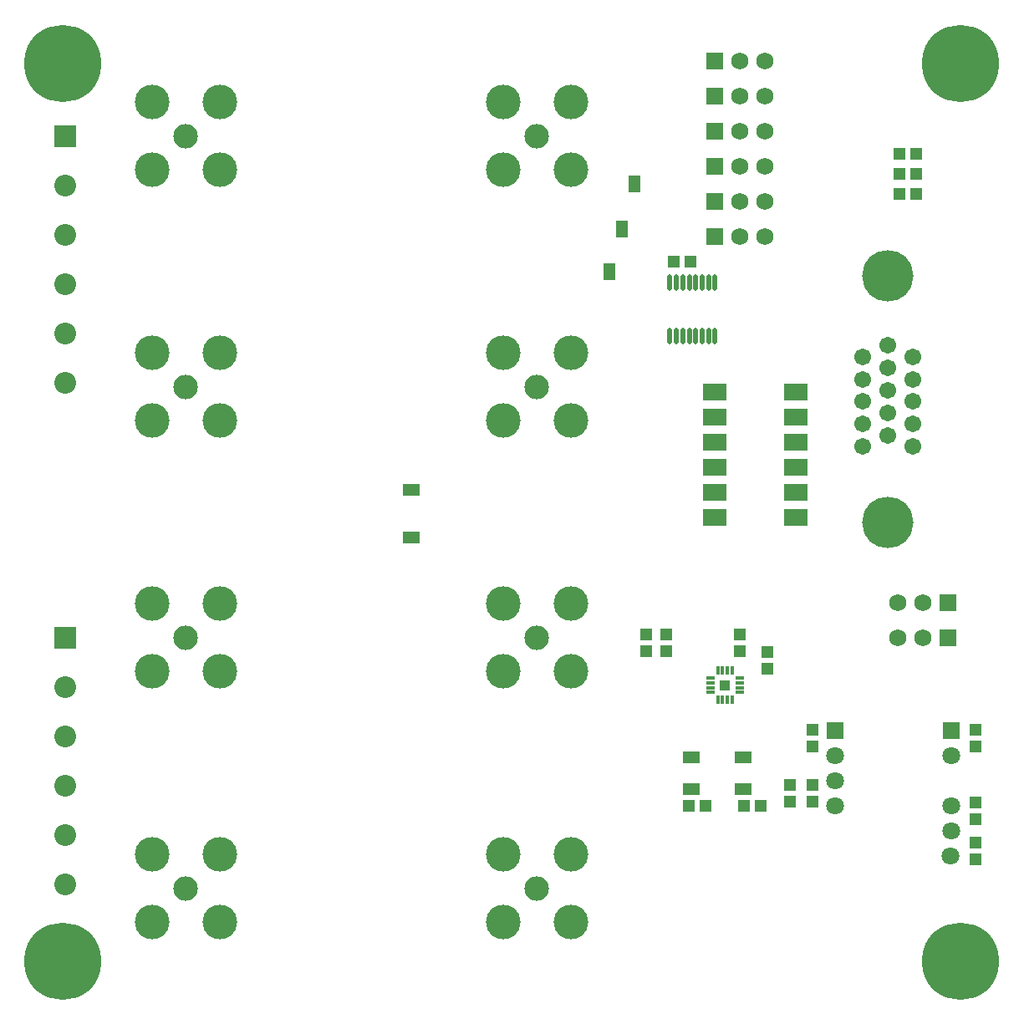
<source format=gts>
G04*
G04 #@! TF.GenerationSoftware,Altium Limited,Altium Designer,22.1.2 (22)*
G04*
G04 Layer_Color=8388736*
%FSLAX25Y25*%
%MOIN*%
G70*
G04*
G04 #@! TF.SameCoordinates,8EC6406F-258D-449A-8705-EE3481E119B6*
G04*
G04*
G04 #@! TF.FilePolarity,Negative*
G04*
G01*
G75*
%ADD26O,0.01890X0.06614*%
%ADD27R,0.09265X0.06706*%
%ADD28R,0.04540X0.04540*%
%ADD29R,0.04737X0.07099*%
%ADD30R,0.04540X0.04540*%
%ADD31O,0.01417X0.03661*%
%ADD32O,0.03661X0.01417*%
%ADD33R,0.03950X0.03950*%
%ADD34R,0.06902X0.04737*%
%ADD35R,0.07099X0.04737*%
%ADD36C,0.06706*%
%ADD37C,0.20485*%
%ADD38C,0.06800*%
%ADD39R,0.06800X0.06800*%
%ADD40C,0.30800*%
%ADD41C,0.03800*%
%ADD42C,0.07099*%
%ADD43C,0.13800*%
%ADD44C,0.08674*%
%ADD45R,0.08674X0.08674*%
%ADD46C,0.09800*%
%ADD47R,0.07099X0.07099*%
D26*
X579957Y390630D02*
D03*
X577398D02*
D03*
X574839D02*
D03*
X572280D02*
D03*
X569721D02*
D03*
X567161D02*
D03*
X564602D02*
D03*
X562043D02*
D03*
X579957Y369370D02*
D03*
X577398D02*
D03*
X574839D02*
D03*
X572280D02*
D03*
X569721D02*
D03*
X567161D02*
D03*
X564602D02*
D03*
X562043D02*
D03*
D27*
X612240Y297000D02*
D03*
Y307000D02*
D03*
Y317000D02*
D03*
Y327000D02*
D03*
Y337000D02*
D03*
Y347000D02*
D03*
X579760Y297000D02*
D03*
Y307000D02*
D03*
Y317000D02*
D03*
Y327000D02*
D03*
Y337000D02*
D03*
Y347000D02*
D03*
D28*
X563654Y399000D02*
D03*
X570346D02*
D03*
X569554Y181942D02*
D03*
X576247D02*
D03*
X598246D02*
D03*
X591553D02*
D03*
X660347Y426000D02*
D03*
X653653D02*
D03*
X660347Y434000D02*
D03*
X653653D02*
D03*
X660347Y442000D02*
D03*
X653653D02*
D03*
D29*
X548000Y430000D02*
D03*
X538000Y395000D02*
D03*
X543000Y412000D02*
D03*
D30*
X601000Y236653D02*
D03*
Y243347D02*
D03*
X684000Y167347D02*
D03*
Y176654D02*
D03*
X610000Y190347D02*
D03*
X619000D02*
D03*
X590000Y250346D02*
D03*
X552575D02*
D03*
X560575D02*
D03*
Y243653D02*
D03*
X552575D02*
D03*
X590000D02*
D03*
X619000Y183653D02*
D03*
X610000D02*
D03*
X619000Y212347D02*
D03*
Y205654D02*
D03*
X684000Y183346D02*
D03*
Y205654D02*
D03*
Y212347D02*
D03*
Y160653D02*
D03*
D31*
X586953Y224193D02*
D03*
X584984D02*
D03*
X583016D02*
D03*
X581047D02*
D03*
Y235807D02*
D03*
X583016D02*
D03*
X584984D02*
D03*
X586953D02*
D03*
D32*
X578193Y232953D02*
D03*
Y229016D02*
D03*
Y227047D02*
D03*
X589807D02*
D03*
Y229016D02*
D03*
Y230984D02*
D03*
Y232953D02*
D03*
X578193Y230984D02*
D03*
D33*
X584000Y230000D02*
D03*
D03*
D34*
X570565Y188643D02*
D03*
X591235D02*
D03*
Y201242D02*
D03*
X570565D02*
D03*
D35*
X459000Y308000D02*
D03*
Y289000D02*
D03*
D36*
X649000Y356512D02*
D03*
X659000Y325095D02*
D03*
X639000Y361000D02*
D03*
X649000Y365488D02*
D03*
Y347535D02*
D03*
Y338559D02*
D03*
Y329583D02*
D03*
X659000Y361000D02*
D03*
Y334071D02*
D03*
Y343047D02*
D03*
Y352024D02*
D03*
X639000D02*
D03*
Y343047D02*
D03*
Y334071D02*
D03*
Y325095D02*
D03*
D37*
X649000Y393244D02*
D03*
Y294858D02*
D03*
D38*
X653000Y263000D02*
D03*
X600000Y409000D02*
D03*
Y423000D02*
D03*
Y437000D02*
D03*
X653000Y249000D02*
D03*
X590000Y437000D02*
D03*
Y423000D02*
D03*
Y409000D02*
D03*
X663000Y263000D02*
D03*
Y249000D02*
D03*
X600000Y479000D02*
D03*
X590000D02*
D03*
X600000Y465000D02*
D03*
X590000D02*
D03*
X600000Y451000D02*
D03*
X590000D02*
D03*
D39*
X673000Y249000D02*
D03*
Y263000D02*
D03*
X580000Y479000D02*
D03*
Y465000D02*
D03*
Y437000D02*
D03*
Y423000D02*
D03*
Y409000D02*
D03*
Y451000D02*
D03*
D40*
X678000Y120000D02*
D03*
X320000D02*
D03*
X678000Y478000D02*
D03*
X320000D02*
D03*
D41*
X678000Y108750D02*
D03*
X668157Y114094D02*
D03*
Y125906D02*
D03*
X678000Y131250D02*
D03*
X687843Y114094D02*
D03*
Y125906D02*
D03*
X666750Y120000D02*
D03*
X672094Y110158D02*
D03*
Y129842D02*
D03*
X683906Y110158D02*
D03*
Y129842D02*
D03*
X689250Y120000D02*
D03*
X320000Y108750D02*
D03*
X310157Y114094D02*
D03*
Y125906D02*
D03*
X320000Y131250D02*
D03*
X329842Y114094D02*
D03*
Y125906D02*
D03*
X308750Y120000D02*
D03*
X314094Y110158D02*
D03*
Y129842D02*
D03*
X325905Y110158D02*
D03*
Y129842D02*
D03*
X331250Y120000D02*
D03*
X678000Y466750D02*
D03*
X668157Y472094D02*
D03*
Y483906D02*
D03*
X678000Y489250D02*
D03*
X687843Y472094D02*
D03*
Y483906D02*
D03*
X666750Y478000D02*
D03*
X672094Y468157D02*
D03*
Y487843D02*
D03*
X683906Y468157D02*
D03*
Y487843D02*
D03*
X689250Y478000D02*
D03*
X320000Y466750D02*
D03*
X310157Y472094D02*
D03*
Y483906D02*
D03*
X320000Y489250D02*
D03*
X329842Y472094D02*
D03*
Y483906D02*
D03*
X308750Y478000D02*
D03*
X314094Y468157D02*
D03*
Y487843D02*
D03*
X325905Y468157D02*
D03*
Y487843D02*
D03*
X331250Y478000D02*
D03*
D42*
X674257Y172018D02*
D03*
X628000Y192000D02*
D03*
Y182000D02*
D03*
Y202000D02*
D03*
X674000Y162000D02*
D03*
X674257Y202018D02*
D03*
Y182018D02*
D03*
D43*
X382500Y435500D02*
D03*
Y462500D02*
D03*
X355500D02*
D03*
Y435500D02*
D03*
X522500Y462500D02*
D03*
Y435500D02*
D03*
X495500D02*
D03*
Y462500D02*
D03*
X382500Y335500D02*
D03*
Y362500D02*
D03*
X355500D02*
D03*
Y335500D02*
D03*
X522500Y362500D02*
D03*
Y335500D02*
D03*
X495500D02*
D03*
Y362500D02*
D03*
X382500Y235500D02*
D03*
Y262500D02*
D03*
X355500D02*
D03*
Y235500D02*
D03*
X522500Y262500D02*
D03*
Y235500D02*
D03*
X495500D02*
D03*
Y262500D02*
D03*
X382500Y135500D02*
D03*
Y162500D02*
D03*
X355500D02*
D03*
Y135500D02*
D03*
X522500Y162500D02*
D03*
Y135500D02*
D03*
X495500D02*
D03*
Y162500D02*
D03*
D44*
X321000Y370260D02*
D03*
Y350575D02*
D03*
Y170260D02*
D03*
Y150575D02*
D03*
Y189945D02*
D03*
Y209630D02*
D03*
Y229315D02*
D03*
Y389945D02*
D03*
Y409630D02*
D03*
Y429315D02*
D03*
D45*
Y249000D02*
D03*
Y449000D02*
D03*
D46*
X509000Y149000D02*
D03*
X369000D02*
D03*
X509000Y249000D02*
D03*
X369000D02*
D03*
X509000Y349000D02*
D03*
X369000D02*
D03*
X509000Y449000D02*
D03*
X369000D02*
D03*
D47*
X628000Y212000D02*
D03*
X674257Y212018D02*
D03*
M02*

</source>
